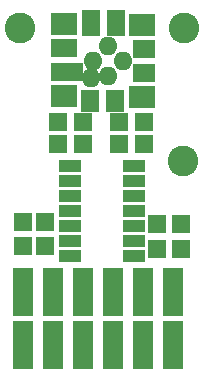
<source format=gbr>
G04 #@! TF.GenerationSoftware,KiCad,Pcbnew,5.0.0-fee4fd1~65~ubuntu16.04.1*
G04 #@! TF.CreationDate,2018-08-02T14:10:23+02:00*
G04 #@! TF.ProjectId,beetrax-pcb2,626565747261782D706362322E6B6963,rev?*
G04 #@! TF.SameCoordinates,Original*
G04 #@! TF.FileFunction,Soldermask,Top*
G04 #@! TF.FilePolarity,Negative*
%FSLAX46Y46*%
G04 Gerber Fmt 4.6, Leading zero omitted, Abs format (unit mm)*
G04 Created by KiCad (PCBNEW 5.0.0-fee4fd1~65~ubuntu16.04.1) date Thu Aug  2 14:10:23 2018*
%MOMM*%
%LPD*%
G01*
G04 APERTURE LIST*
%ADD10R,1.900000X1.000000*%
%ADD11R,2.300000X1.898600*%
%ADD12R,2.800000X1.644600*%
%ADD13R,1.900000X1.644600*%
%ADD14R,2.300000X1.644600*%
%ADD15R,1.644600X2.300000*%
%ADD16R,1.644600X1.900000*%
%ADD17O,1.600000X1.600000*%
%ADD18R,1.600000X1.600000*%
%ADD19R,1.680000X4.080000*%
%ADD20C,2.600000*%
G04 APERTURE END LIST*
D10*
G04 #@! TO.C,U1*
X147640000Y-127680000D03*
X147640000Y-128950000D03*
X147640000Y-130220000D03*
X147640000Y-131490000D03*
X147640000Y-132760000D03*
X147640000Y-134030000D03*
X147640000Y-135300000D03*
X142240000Y-135300000D03*
X142240000Y-134030000D03*
X142240000Y-132760000D03*
X142240000Y-131490000D03*
X142240000Y-130220000D03*
X142240000Y-128950000D03*
X142240000Y-127680000D03*
G04 #@! TD*
D11*
G04 #@! TO.C,D1*
X141713200Y-121792800D03*
X148303200Y-121852800D03*
D12*
X141943200Y-119744800D03*
D13*
X148503200Y-119820800D03*
D14*
X141713200Y-117728800D03*
D13*
X148503200Y-117788800D03*
D11*
X141713200Y-115696800D03*
X148303200Y-115756800D03*
D15*
X146083200Y-115564800D03*
X144013200Y-115564800D03*
D16*
X143943200Y-122214800D03*
X146003200Y-122214800D03*
G04 #@! TD*
D17*
G04 #@! TO.C,U2*
X144000000Y-120215000D03*
X144180000Y-118770000D03*
X145450000Y-120040000D03*
X145450000Y-117500000D03*
X146720000Y-118770000D03*
G04 #@! TD*
D18*
G04 #@! TO.C,R1*
X138210000Y-132400000D03*
X138210000Y-134500000D03*
G04 #@! TD*
G04 #@! TO.C,R2*
X141190000Y-125800000D03*
X143290000Y-125800000D03*
G04 #@! TD*
G04 #@! TO.C,R3*
X146350000Y-125800000D03*
X148450000Y-125800000D03*
G04 #@! TD*
G04 #@! TO.C,R4*
X149610000Y-134700000D03*
X149610000Y-132600000D03*
G04 #@! TD*
D19*
G04 #@! TO.C,J1*
X150950000Y-142840000D03*
X148410000Y-142840000D03*
X145870000Y-142840000D03*
X143330000Y-142840000D03*
X140790000Y-142840000D03*
X138250000Y-142840000D03*
X150950000Y-138400000D03*
X148410000Y-138400000D03*
X145870000Y-138400000D03*
X143330000Y-138400000D03*
X140790000Y-138400000D03*
X138250000Y-138400000D03*
G04 #@! TD*
D18*
G04 #@! TO.C,C1*
X140130000Y-132400000D03*
X140130000Y-134500000D03*
G04 #@! TD*
G04 #@! TO.C,C2*
X141200000Y-124000000D03*
X143300000Y-124000000D03*
G04 #@! TD*
G04 #@! TO.C,C3*
X146350000Y-124000000D03*
X148450000Y-124000000D03*
G04 #@! TD*
G04 #@! TO.C,C4*
X151580000Y-134720000D03*
X151580000Y-132620000D03*
G04 #@! TD*
D20*
G04 #@! TO.C,REF\002A\002A*
X138000000Y-116000000D03*
G04 #@! TD*
G04 #@! TO.C,REF\002A\002A*
X151890000Y-116000000D03*
G04 #@! TD*
G04 #@! TO.C,REF\002A\002A*
X151770000Y-127260000D03*
G04 #@! TD*
M02*

</source>
